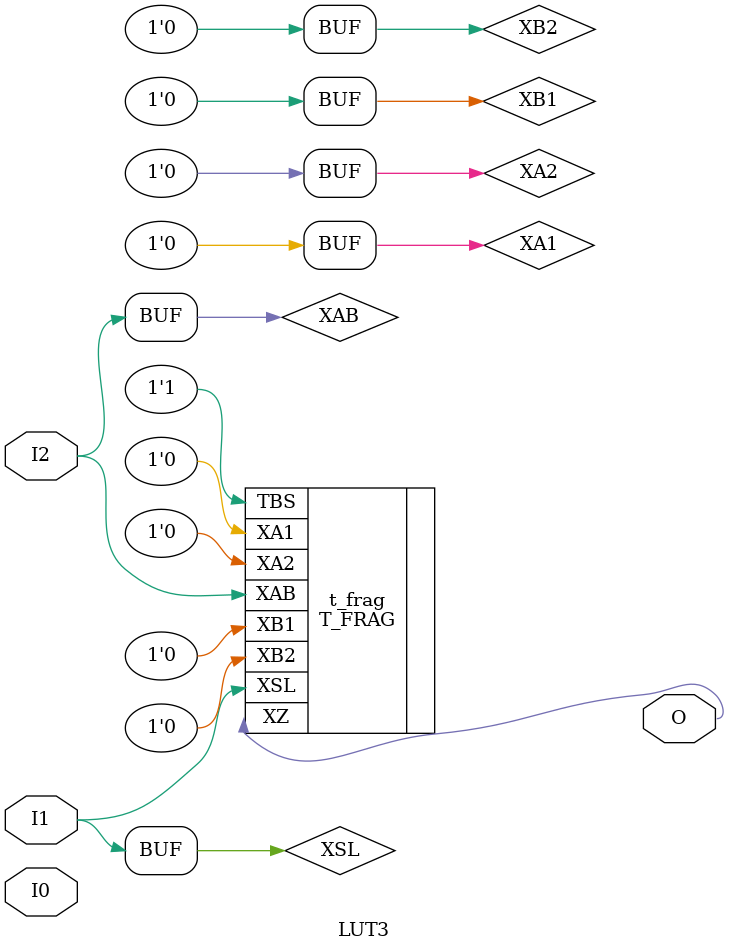
<source format=v>
module LUT3 (
  output O,
  input  I0,
  input  I1,
  input  I2
);
  parameter [7:0] INIT = 0;
  parameter EQN = "(I0)";
  wire XSL = I1;
  wire XAB = I2;
  // Two bit group [H,L]
  // H =0:  T[AB]S[12] = GND, H=1:   VCC
  // HL=00: T[AB][12]  = GND, HL=11: VCC, else I0
  wire XA1;
  wire XA2;
  wire XB1;
  wire XB2;
  generate case(INIT[1:0])
    2'b00:   assign XA1 = 1'b0;
    2'b11:   assign XA1 = 1'b0;
    default: assign XA1 = I0;
  endcase endgenerate
  generate case(INIT[3:2])
    2'b00:   assign XA2 = 1'b0;
    2'b11:   assign XA2 = 1'b0;
    default: assign XA2 = I0;
  endcase endgenerate
  generate case(INIT[5:4])
    2'b00:   assign XB1 = 1'b0;
    2'b11:   assign XB1 = 1'b0;
    default: assign XB1 = I0;
  endcase endgenerate
  generate case(INIT[7:6])
    2'b00:   assign XB2 = 1'b0;
    2'b11:   assign XB2 = 1'b0;
    default: assign XB2 = I0;
  endcase endgenerate
  localparam XAS1 = INIT[0];
  localparam XAS2 = INIT[2];
  localparam XBS1 = INIT[4];
  localparam XBS2 = INIT[6];
  // T_FRAG to be packed either into T_FRAG or B_FRAG.
  T_FRAG # (
  .XAS1(XAS1),
  .XAS2(XAS2),
  .XBS1(XBS1),
  .XBS2(XBS2)
  )
  t_frag
  (
  .TBS(1'b1), // Always route to const1
  .XAB(XAB),
  .XSL(XSL),
  .XA1(XA1),
  .XA2(XA2),
  .XB1(XB1),
  .XB2(XB2),
  .XZ (O)
  );
endmodule
</source>
